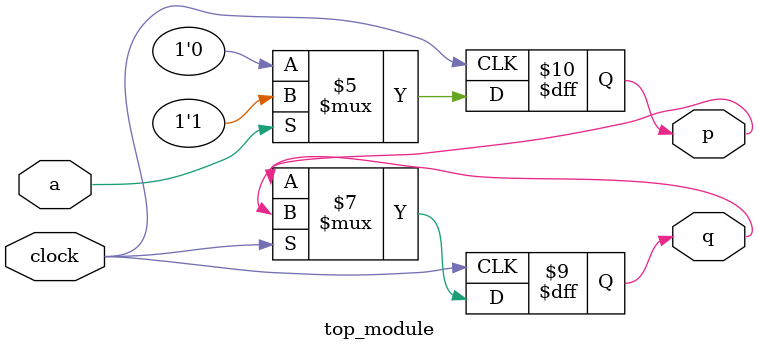
<source format=sv>
module top_module (
    input clock,
    input a,
    output reg p,
    output reg q
);

always @(posedge clock) begin
    if (a) begin
        p <= 1;
    end else begin
        p <= 0;
    end
end

always @(posedge clock or negedge clock) begin
    if (!clock)
        q <= p;
end

endmodule

</source>
